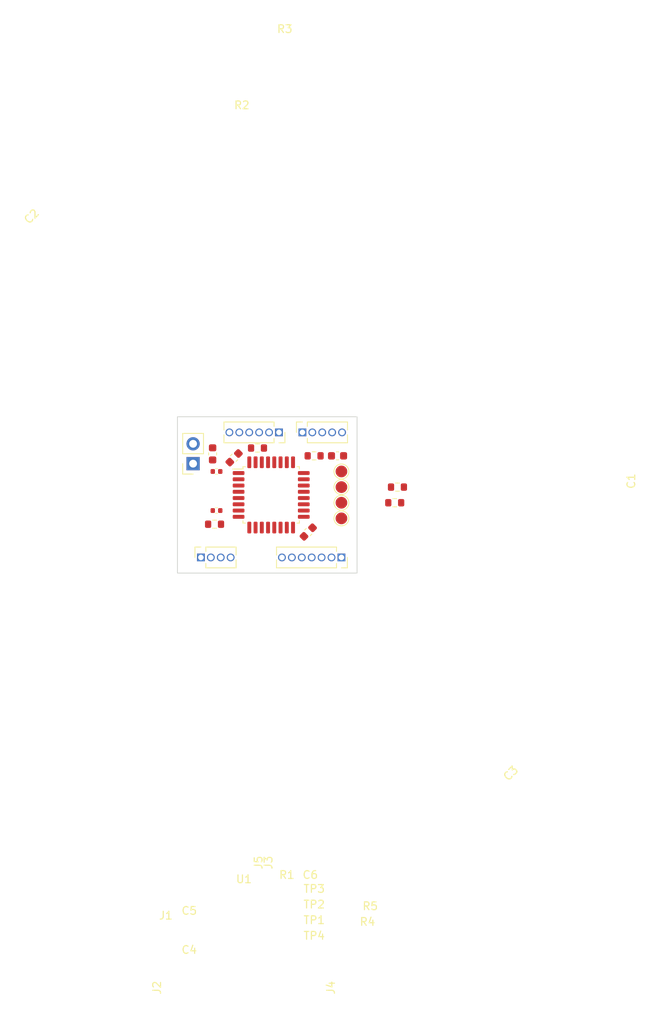
<source format=kicad_pcb>
(kicad_pcb (version 20211014) (generator pcbnew)
  (layers (0 "F.Cu" signal) (31 "B.Cu" signal) (34 "B.Paste" user) (35 "F.Paste" user) (36 "B.SilkS" user "B.Silkscreen") (37 "F.SilkS" user "F.Silkscreen") (38 "B.Mask" user) (39 "F.Mask" user) (44 "Edge.Cuts" user))
  (net 0 "")
  (net 1 "+3V3")
  (net 2 "GND")
  (net 3 "RCC_OSC32_OUT")
  (net 4 "RCC_OSC32_IN")
  (net 5 "RESET")
  (net 6 "SYS_WKUP1")
  (net 7 "PA1")
  (net 8 "USART2_TX")
  (net 9 "PA15")
  (net 10 "PB3")
  (net 11 "PB4")
  (net 12 "PB5")
  (net 13 "PB6")
  (net 14 "PB7")
  (net 15 "PB1")
  (net 16 "PB0")
  (net 17 "SPI1_MOSI")
  (net 18 "SPI1_MISO")
  (net 19 "SPI1_SCK")
  (net 20 "PA4")
  (net 21 "USART2_RX")
  (net 22 "PA12")
  (net 23 "PA11")
  (net 24 "I2C1_SDA")
  (net 25 "I2D1_SCL")
  (net 26 "PA8")
  (net 27 "BOOT")
  (net 28 "SYS_SWDIO")
  (net 29 "SYS_SWCLK")
  (footprint "TestPoint:TestPoint_Pad_D1.5mm" (layer "F.Cu") (at 129 81)
    (fp_text reference "TP1" (at -3.49 53.392) (layer "F.SilkS"))
    (fp_text value "TestPoint")
    (fp_circle (center 0 0) (end 0 0.95) (layer "F.SilkS") (width 0.12) (fill none))
    (pad "1" smd circle locked (at 0 0) (size 1.5 1.5) (layers "F.Cu" "F.Mask") (net 28 "SYS_SWDIO"))
  )
  (footprint "Capacitor_SMD:C_0402_1005Metric" (layer "F.Cu") (at 113 77 180)
    (fp_text reference "C5" (at 3.49 -56.2) (layer "F.SilkS"))
    (fp_text value "3p5")
    (fp_line (start -0.107836 0.36) (end 0.107836 0.36) (layer "F.SilkS") (width 0.12))
    (fp_line (start -0.107836 -0.36) (end 0.107836 -0.36) (layer "F.SilkS") (width 0.12))
    (pad "1" smd roundrect locked (at -0.48 0 180) (size 0.56 0.62) (layers "F.Cu" "F.Paste" "F.Mask") (net 4 "RCC_OSC32_IN"))
    (pad "2" smd roundrect locked (at 0.48 0 180) (size 0.56 0.62) (layers "F.Cu" "F.Paste" "F.Mask") (net 2 "GND"))
  )
  (footprint "Connector_PinSocket_1.27mm:PinSocket_1x06_P1.27mm_Vertical" (layer "F.Cu") (at 121 72 -90)
    (fp_text reference "J3" (at 55.04 1.355 90) (layer "F.SilkS"))
    (fp_text value "Conn_01x06")
    (fp_line (start -1.33 7.045) (end -0.30753 7.045) (layer "F.SilkS") (width 0.12))
    (fp_line (start -1.33 0.635) (end -1.33 7.045) (layer "F.SilkS") (width 0.12))
    (fp_line (start 1.33 0.635) (end 1.33 7.045) (layer "F.SilkS") (width 0.12))
    (fp_line (start 0.76 0.635) (end 1.33 0.635) (layer "F.SilkS") (width 0.12))
    (fp_line (start 1.33 -0.76) (end 1.33 0) (layer "F.SilkS") (width 0.12))
    (fp_line (start 0.30753 7.045) (end 1.33 7.045) (layer "F.SilkS") (width 0.12))
    (fp_line (start 0 -0.76) (end 1.33 -0.76) (layer "F.SilkS") (width 0.12))
    (fp_line (start -1.33 0.635) (end -0.76 0.635) (layer "F.SilkS") (width 0.12))
    (pad "1" thru_hole rect locked (at 0 0 270) (size 1 1) (drill 0.7) (layers *.Cu *.Mask) (net 9 "PA15"))
    (pad "2" thru_hole oval locked (at 0 1.27 270) (size 1 1) (drill 0.7) (layers *.Cu *.Mask) (net 10 "PB3"))
    (pad "3" thru_hole oval locked (at 0 2.54 270) (size 1 1) (drill 0.7) (layers *.Cu *.Mask) (net 11 "PB4"))
    (pad "4" thru_hole oval locked (at 0 3.81 270) (size 1 1) (drill 0.7) (layers *.Cu *.Mask) (net 12 "PB5"))
    (pad "5" thru_hole oval locked (at 0 5.08 270) (size 1 1) (drill 0.7) (layers *.Cu *.Mask) (net 13 "PB6"))
    (pad "6" thru_hole oval locked (at 0 6.35 270) (size 1 1) (drill 0.7) (layers *.Cu *.Mask) (net 14 "PB7"))
  )
  (footprint "Package_QFP:LQFP-32_7x7mm_P0.8mm" (layer "F.Cu") (at 120 80)
    (fp_text reference "U1" (at -3.49 49.16) (layer "F.SilkS"))
    (fp_text value "STM32L031K6Tx")
    (fp_line (start 3.61 3.61) (end 3.61 3.31) (layer "F.SilkS") (width 0.12))
    (fp_line (start -3.61 3.61) (end -3.61 3.31) (layer "F.SilkS") (width 0.12))
    (fp_line (start -3.61 -3.61) (end -3.61 -3.31) (layer "F.SilkS") (width 0.12))
    (fp_line (start -3.61 -3.31) (end -4.925 -3.31) (layer "F.SilkS") (width 0.12))
    (fp_line (start -3.31 3.61) (end -3.61 3.61) (layer "F.SilkS") (width 0.12))
    (fp_line (start -3.31 -3.61) (end -3.61 -3.61) (layer "F.SilkS") (width 0.12))
    (fp_line (start 3.31 -3.61) (end 3.61 -3.61) (layer "F.SilkS") (width 0.12))
    (fp_line (start 3.31 3.61) (end 3.61 3.61) (layer "F.SilkS") (width 0.12))
    (fp_line (start 3.61 -3.61) (end 3.61 -3.31) (layer "F.SilkS") (width 0.12))
    (pad "1" smd roundrect locked (at -4.175 -2.8) (size 1.5 0.5) (layers "F.Cu" "F.Paste" "F.Mask") (net 1 "+3V3"))
    (pad "2" smd roundrect locked (at -4.175 -2) (size 1.5 0.5) (layers "F.Cu" "F.Paste" "F.Mask") (net 4 "RCC_OSC32_IN"))
    (pad "3" smd roundrect locked (at -4.175 -1.2) (size 1.5 0.5) (layers "F.Cu" "F.Paste" "F.Mask") (net 3 "RCC_OSC32_OUT"))
    (pad "4" smd roundrect locked (at -4.175 -0.4) (size 1.5 0.5) (layers "F.Cu" "F.Paste" "F.Mask") (net 5 "RESET"))
    (pad "5" smd roundrect locked (at -4.175 0.4) (size 1.5 0.5) (layers "F.Cu" "F.Paste" "F.Mask") (net 1 "+3V3"))
    (pad "6" smd roundrect locked (at -4.175 1.2) (size 1.5 0.5) (layers "F.Cu" "F.Paste" "F.Mask") (net 6 "SYS_WKUP1"))
    (pad "7" smd roundrect locked (at -4.175 2) (size 1.5 0.5) (layers "F.Cu" "F.Paste" "F.Mask") (net 7 "PA1"))
    (pad "8" smd roundrect locked (at -4.175 2.8) (size 1.5 0.5) (layers "F.Cu" "F.Paste" "F.Mask") (net 8 "USART2_TX"))
    (pad "9" smd roundrect locked (at -2.8 4.175) (size 0.5 1.5) (layers "F.Cu" "F.Paste" "F.Mask") (net 21 "USART2_RX"))
    (pad "10" smd roundrect locked (at -2 4.175) (size 0.5 1.5) (layers "F.Cu" "F.Paste" "F.Mask") (net 20 "PA4"))
    (pad "11" smd roundrect locked (at -1.2 4.175) (size 0.5 1.5) (layers "F.Cu" "F.Paste" "F.Mask") (net 19 "SPI1_SCK"))
    (pad "12" smd roundrect locked (at -0.4 4.175) (size 0.5 1.5) (layers "F.Cu" "F.Paste" "F.Mask") (net 18 "SPI1_MISO"))
    (pad "13" smd roundrect locked (at 0.4 4.175) (size 0.5 1.5) (layers "F.Cu" "F.Paste" "F.Mask") (net 17 "SPI1_MOSI"))
    (pad "14" smd roundrect locked (at 1.2 4.175) (size 0.5 1.5) (layers "F.Cu" "F.Paste" "F.Mask") (net 16 "PB0"))
    (pad "15" smd roundrect locked (at 2 4.175) (size 0.5 1.5) (layers "F.Cu" "F.Paste" "F.Mask") (net 15 "PB1"))
    (pad "16" smd roundrect locked (at 2.8 4.175) (size 0.5 1.5) (layers "F.Cu" "F.Paste" "F.Mask") (net 2 "GND"))
    (pad "17" smd roundrect locked (at 4.175 2.8) (size 1.5 0.5) (layers "F.Cu" "F.Paste" "F.Mask") (net 1 "+3V3"))
    (pad "18" smd roundrect locked (at 4.175 2) (size 1.5 0.5) (layers "F.Cu" "F.Paste" "F.Mask") (net 26 "PA8"))
    (pad "19" smd roundrect locked (at 4.175 1.2) (size 1.5 0.5) (layers "F.Cu" "F.Paste" "F.Mask") (net 25 "I2D1_SCL"))
    (pad "20" smd roundrect locked (at 4.175 0.4) (size 1.5 0.5) (layers "F.Cu" "F.Paste" "F.Mask") (net 24 "I2C1_SDA"))
    (pad "21" smd roundrect locked (at 4.175 -0.4) (size 1.5 0.5) (layers "F.Cu" "F.Paste" "F.Mask") (net 23 "PA11"))
    (pad "22" smd roundrect locked (at 4.175 -1.2) (size 1.5 0.5) (layers "F.Cu" "F.Paste" "F.Mask") (net 22 "PA12"))
    (pad "23" smd roundrect locked (at 4.175 -2) (size 1.5 0.5) (layers "F.Cu" "F.Paste" "F.Mask") (net 28 "SYS_SWDIO"))
    (pad "24" smd roundrect locked (at 4.175 -2.8) (size 1.5 0.5) (layers "F.Cu" "F.Paste" "F.Mask") (net 29 "SYS_SWCLK"))
    (pad "25" smd roundrect locked (at 2.8 -4.175) (size 0.5 1.5) (layers "F.Cu" "F.Paste" "F.Mask") (net 9 "PA15"))
    (pad "26" smd roundrect locked (at 2 -4.175) (size 0.5 1.5) (layers "F.Cu" "F.Paste" "F.Mask") (net 10 "PB3"))
    (pad "27" smd roundrect locked (at 1.2 -4.175) (size 0.5 1.5) (layers "F.Cu" "F.Paste" "F.Mask") (net 11 "PB4"))
    (pad "28" smd roundrect locked (at 0.4 -4.175) (size 0.5 1.5) (layers "F.Cu" "F.Paste" "F.Mask") (net 12 "PB5"))
    (pad "29" smd roundrect locked (at -0.4 -4.175) (size 0.5 1.5) (layers "F.Cu" "F.Paste" "F.Mask") (net 13 "PB6"))
    (pad "30" smd roundrect locked (at -1.2 -4.175) (size 0.5 1.5) (layers "F.Cu" "F.Paste" "F.Mask") (net 14 "PB7"))
    (pad "31" smd roundrect locked (at -2 -4.175) (size 0.5 1.5) (layers "F.Cu" "F.Paste" "F.Mask") (net 27 "BOOT"))
    (pad "32" smd roundrect locked (at -2.8 -4.175) (size 0.5 1.5) (layers "F.Cu" "F.Paste" "F.Mask") (net 2 "GND"))
  )
  (footprint "Connector_PinSocket_2.54mm:PinSocket_1x02_P2.54mm_Vertical" (layer "F.Cu") (at 110 76 180)
    (fp_text reference "J1" (at 3.49 -57.81) (layer "F.SilkS"))
    (fp_text value "Conn_01x02")
    (fp_line (start -1.33 1.27) (end -1.33 3.87) (layer "F.SilkS") (width 0.12))
    (fp_line (start -1.33 1.27) (end 1.33 1.27) (layer "F.SilkS") (width 0.12))
    (fp_line (start -1.33 3.87) (end 1.33 3.87) (layer "F.SilkS") (width 0.12))
    (fp_line (start 0 -1.33) (end 1.33 -1.33) (layer "F.SilkS") (width 0.12))
    (fp_line (start 1.33 1.27) (end 1.33 3.87) (layer "F.SilkS") (width 0.12))
    (fp_line (start 1.33 -1.33) (end 1.33 0) (layer "F.SilkS") (width 0.12))
    (pad "1" thru_hole rect locked (at 0 0 180) (size 1.7 1.7) (drill 1) (layers *.Cu *.Mask) (net 1 "+3V3"))
    (pad "2" thru_hole oval locked (at 0 2.54 180) (size 1.7 1.7) (drill 1) (layers *.Cu *.Mask) (net 2 "GND"))
  )
  (footprint "Connector_PinSocket_1.27mm:PinSocket_1x05_P1.27mm_Vertical" (layer "F.Cu") (at 124 72 90)
    (fp_text reference "J5" (at -55.04 -5.625 90) (layer "F.SilkS"))
    (fp_text value "Conn_01x05")
    (fp_line (start 1.33 0.635) (end 1.33 5.775) (layer "F.SilkS") (width 0.12))
    (fp_line (start -1.33 5.775) (end -0.30753 5.775) (layer "F.SilkS") (width 0.12))
    (fp_line (start -1.33 0.635) (end -0.76 0.635) (layer "F.SilkS") (width 0.12))
    (fp_line (start 0.30753 5.775) (end 1.33 5.775) (layer "F.SilkS") (width 0.12))
    (fp_line (start -1.33 0.635) (end -1.33 5.775) (layer "F.SilkS") (width 0.12))
    (fp_line (start 0.76 0.635) (end 1.33 0.635) (layer "F.SilkS") (width 0.12))
    (fp_line (start 1.33 -0.76) (end 1.33 0) (layer "F.SilkS") (width 0.12))
    (fp_line (start 0 -0.76) (end 1.33 -0.76) (layer "F.SilkS") (width 0.12))
    (pad "1" thru_hole rect locked (at 0 0 90) (size 1 1) (drill 0.7) (layers *.Cu *.Mask) (net 22 "PA12"))
    (pad "2" thru_hole oval locked (at 0 1.27 90) (size 1 1) (drill 0.7) (layers *.Cu *.Mask) (net 23 "PA11"))
    (pad "3" thru_hole oval locked (at 0 2.54 90) (size 1 1) (drill 0.7) (layers *.Cu *.Mask) (net 24 "I2C1_SDA"))
    (pad "4" thru_hole oval locked (at 0 3.81 90) (size 1 1) (drill 0.7) (layers *.Cu *.Mask) (net 25 "I2D1_SCL"))
    (pad "5" thru_hole oval locked (at 0 5.08 90) (size 1 1) (drill 0.7) (layers *.Cu *.Mask) (net 26 "PA8"))
  )
  (footprint "TestPoint:TestPoint_Pad_D1.5mm" (layer "F.Cu") (at 129 79)
    (fp_text reference "TP2" (at -3.49 53.392) (layer "F.SilkS"))
    (fp_text value "TestPoint")
    (fp_circle (center 0 0) (end 0 0.95) (layer "F.SilkS") (width 0.12) (fill none))
    (pad "1" smd circle locked (at 0 0) (size 1.5 1.5) (layers "F.Cu" "F.Mask") (net 29 "SYS_SWCLK"))
  )
  (footprint "Resistor_SMD:R_0603_1608Metric" (layer "F.Cu") (at 112.75 83.75 180)
    (fp_text reference "R2" (at -3.49 53.61) (layer "F.SilkS"))
    (fp_text value "100k")
    (fp_line (start -0.237258 0.5225) (end 0.237258 0.5225) (layer "F.SilkS") (width 0.12))
    (fp_line (start -0.237258 -0.5225) (end 0.237258 -0.5225) (layer "F.SilkS") (width 0.12))
    (pad "1" smd roundrect locked (at -0.825 0 180) (size 0.8 0.95) (layers "F.Cu" "F.Paste" "F.Mask") (net 6 "SYS_WKUP1"))
    (pad "2" smd roundrect locked (at 0.825 0 180) (size 0.8 0.95) (layers "F.Cu" "F.Paste" "F.Mask") (net 2 "GND"))
  )
  (footprint "Resistor_SMD:R_0603_1608Metric" (layer "F.Cu") (at 136.175 79)
    (fp_text reference "R5" (at -3.49 53.61) (layer "F.SilkS"))
    (fp_text value "10k")
    (fp_line (start -0.237258 -0.5225) (end 0.237258 -0.5225) (layer "F.SilkS") (width 0.12))
    (fp_line (start -0.237258 0.5225) (end 0.237258 0.5225) (layer "F.SilkS") (width 0.12))
    (pad "1" smd roundrect locked (at -0.825 0) (size 0.8 0.95) (layers "F.Cu" "F.Paste" "F.Mask") (net 1 "+3V3"))
    (pad "2" smd roundrect locked (at 0.825 0) (size 0.8 0.95) (layers "F.Cu" "F.Paste" "F.Mask") (net 25 "I2D1_SCL"))
  )
  (footprint "Capacitor_SMD:C_0603_1608Metric" (layer "F.Cu") (at 124.75 84.75 -135)
    (fp_text reference "C2" (at -3.49 53.61 45) (layer "F.SilkS"))
    (fp_text value "100n")
    (fp_line (start -0.14058 0.51) (end 0.14058 0.51) (layer "F.SilkS") (width 0.12))
    (fp_line (start -0.14058 -0.51) (end 0.14058 -0.51) (layer "F.SilkS") (width 0.12))
    (pad "1" smd roundrect locked (at -0.775 0 225) (size 0.9 0.95) (layers "F.Cu" "F.Paste" "F.Mask") (net 1 "+3V3"))
    (pad "2" smd roundrect locked (at 0.775 0 225) (size 0.9 0.95) (layers "F.Cu" "F.Paste" "F.Mask") (net 2 "GND"))
  )
  (footprint "Capacitor_SMD:C_0402_1005Metric" (layer "F.Cu") (at 113 82 180)
    (fp_text reference "C4" (at 3.49 -56.2) (layer "F.SilkS"))
    (fp_text value "3p5")
    (fp_line (start -0.107836 -0.36) (end 0.107836 -0.36) (layer "F.SilkS") (width 0.12))
    (fp_line (start -0.107836 0.36) (end 0.107836 0.36) (layer "F.SilkS") (width 0.12))
    (pad "1" smd roundrect locked (at -0.48 0 180) (size 0.56 0.62) (layers "F.Cu" "F.Paste" "F.Mask") (net 3 "RCC_OSC32_OUT"))
    (pad "2" smd roundrect locked (at 0.48 0 180) (size 0.56 0.62) (layers "F.Cu" "F.Paste" "F.Mask") (net 2 "GND"))
  )
  (footprint "Capacitor_SMD:C_0603_1608Metric" (layer "F.Cu") (at 128.5 75)
    (fp_text reference "C6" (at -3.49 53.61) (layer "F.SilkS"))
    (fp_text value "100n")
    (fp_line (start -0.14058 0.51) (end 0.14058 0.51) (layer "F.SilkS") (width 0.12))
    (fp_line (start -0.14058 -0.51) (end 0.14058 -0.51) (layer "F.SilkS") (width 0.12))
    (pad "1" smd roundrect locked (at -0.775 0) (size 0.9 0.95) (layers "F.Cu" "F.Paste" "F.Mask") (net 5 "RESET"))
    (pad "2" smd roundrect locked (at 0.775 0) (size 0.9 0.95) (layers "F.Cu" "F.Paste" "F.Mask") (net 2 "GND"))
  )
  (footprint "Resistor_SMD:R_0603_1608Metric" (layer "F.Cu") (at 118.25 74 180)
    (fp_text reference "R3" (at -3.49 53.61) (layer "F.SilkS"))
    (fp_text value "100k")
    (fp_line (start -0.237258 -0.5225) (end 0.237258 -0.5225) (layer "F.SilkS") (width 0.12))
    (fp_line (start -0.237258 0.5225) (end 0.237258 0.5225) (layer "F.SilkS") (width 0.12))
    (pad "1" smd roundrect locked (at -0.825 0 180) (size 0.8 0.95) (layers "F.Cu" "F.Paste" "F.Mask") (net 27 "BOOT"))
    (pad "2" smd roundrect locked (at 0.825 0 180) (size 0.8 0.95) (layers "F.Cu" "F.Paste" "F.Mask") (net 2 "GND"))
  )
  (footprint "Connector_PinSocket_1.27mm:PinSocket_1x04_P1.27mm_Vertical" (layer "F.Cu") (at 111 88 90)
    (fp_text reference "J2" (at -55.04 -5.625 90) (layer "F.SilkS"))
    (fp_text value "Conn_01x04")
    (fp_line (start -1.33 4.505) (end -0.30753 4.505) (layer "F.SilkS") (width 0.12))
    (fp_line (start -1.33 0.635) (end -1.33 4.505) (layer "F.SilkS") (width 0.12))
    (fp_line (start 0 -0.76) (end 1.33 -0.76) (layer "F.SilkS") (width 0.12))
    (fp_line (start 0.30753 4.505) (end 1.33 4.505) (layer "F.SilkS") (width 0.12))
    (fp_line (start 1.33 0.635) (end 1.33 4.505) (layer "F.SilkS") (width 0.12))
    (fp_line (start 1.33 -0.76) (end 1.33 0) (layer "F.SilkS") (width 0.12))
    (fp_line (start -1.33 0.635) (end -0.76 0.635) (layer "F.SilkS") (width 0.12))
    (fp_line (start 0.76 0.635) (end 1.33 0.635) (layer "F.SilkS") (width 0.12))
    (pad "1" thru_hole rect locked (at 0 0 90) (size 1 1) (drill 0.7) (layers *.Cu *.Mask) (net 5 "RESET"))
    (pad "2" thru_hole oval locked (at 0 1.27 90) (size 1 1) (drill 0.7) (layers *.Cu *.Mask) (net 6 "SYS_WKUP1"))
    (pad "3" thru_hole oval locked (at 0 2.54 90) (size 1 1) (drill 0.7) (layers *.Cu *.Mask) (net 7 "PA1"))
    (pad "4" thru_hole oval locked (at 0 3.81 90) (size 1 1) (drill 0.7) (layers *.Cu *.Mask) (net 8 "USART2_TX"))
  )
  (footprint "Connector_PinSocket_1.27mm:PinSocket_1x07_P1.27mm_Vertical" (layer "F.Cu") (at 129 88 -90)
    (fp_text reference "J4" (at 55.04 1.355 90) (layer "F.SilkS"))
    (fp_text value "Conn_01x07")
    (fp_line (start -1.33 0.635) (end -1.33 8.315) (layer "F.SilkS") (width 0.12))
    (fp_line (start -1.33 0.635) (end -0.76 0.635) (layer "F.SilkS") (width 0.12))
    (fp_line (start 0.76 0.635) (end 1.33 0.635) (layer "F.SilkS") (width 0.12))
    (fp_line (start 0.30753 8.315) (end 1.33 8.315) (layer "F.SilkS") (width 0.12))
    (fp_line (start 0 -0.76) (end 1.33 -0.76) (layer "F.SilkS") (width 0.12))
    (fp_line (start 1.33 0.635) (end 1.33 8.315) (layer "F.SilkS") (width 0.12))
    (fp_line (start 1.33 -0.76) (end 1.33 0) (layer "F.SilkS") (width 0.12))
    (fp_line (start -1.33 8.315) (end -0.30753 8.315) (layer "F.SilkS") (width 0.12))
    (pad "1" thru_hole rect locked (at 0 0 270) (size 1 1) (drill 0.7) (layers *.Cu *.Mask) (net 15 "PB1"))
    (pad "2" thru_hole oval locked (at 0 1.27 270) (size 1 1) (drill 0.7) (layers *.Cu *.Mask) (net 16 "PB0"))
    (pad "3" thru_hole oval locked (at 0 2.54 270) (size 1 1) (drill 0.7) (layers *.Cu *.Mask) (net 17 "SPI1_MOSI"))
    (pad "4" thru_hole oval locked (at 0 3.81 270) (size 1 1) (drill 0.7) (layers *.Cu *.Mask) (net 18 "SPI1_MISO"))
    (pad "5" thru_hole oval locked (at 0 5.08 270) (size 1 1) (drill 0.7) (layers *.Cu *.Mask) (net 19 "SPI1_SCK"))
    (pad "6" thru_hole oval locked (at 0 6.35 270) (size 1 1) (drill 0.7) (layers *.Cu *.Mask) (net 20 "PA4"))
    (pad "7" thru_hole oval locked (at 0 7.62 270) (size 1 1) (drill 0.7) (layers *.Cu *.Mask) (net 21 "USART2_RX"))
  )
  (footprint "TestPoint:TestPoint_Pad_D1.5mm" (layer "F.Cu") (at 129 77)
    (fp_text reference "TP3" (at -3.49 53.392) (layer "F.SilkS"))
    (fp_text value "TestPoint")
    (fp_circle (center 0 0) (end 0 0.95) (layer "F.SilkS") (width 0.12) (fill none))
    (pad "1" smd circle locked (at 0 0) (size 1.5 1.5) (layers "F.Cu" "F.Mask") (net 5 "RESET"))
  )
  (footprint "TestPoint:TestPoint_Pad_D1.5mm" (layer "F.Cu") (at 129 83)
    (fp_text reference "TP4" (at -3.49 53.392) (layer "F.SilkS"))
    (fp_text value "TestPoint")
    (fp_circle (center 0 0) (end 0 0.95) (layer "F.SilkS") (width 0.12) (fill none))
    (pad "1" smd circle locked (at 0 0) (size 1.5 1.5) (layers "F.Cu" "F.Mask") (net 2 "GND"))
  )
  (footprint "Resistor_SMD:R_0603_1608Metric" (layer "F.Cu") (at 135.825 81)
    (fp_text reference "R4" (at -3.49 53.61) (layer "F.SilkS"))
    (fp_text value "10k")
    (fp_line (start -0.237258 0.5225) (end 0.237258 0.5225) (layer "F.SilkS") (width 0.12))
    (fp_line (start -0.237258 -0.5225) (end 0.237258 -0.5225) (layer "F.SilkS") (width 0.12))
    (pad "1" smd roundrect locked (at -0.825 0) (size 0.8 0.95) (layers "F.Cu" "F.Paste" "F.Mask") (net 1 "+3V3"))
    (pad "2" smd roundrect locked (at 0.825 0) (size 0.8 0.95) (layers "F.Cu" "F.Paste" "F.Mask") (net 24 "I2C1_SDA"))
  )
  (footprint "Capacitor_SMD:C_0603_1608Metric" (layer "F.Cu") (at 112.5 74.75 90)
    (fp_text reference "C1" (at -3.49 53.61 90) (layer "F.SilkS"))
    (fp_text value "1u")
    (fp_line (start -0.14058 0.51) (end 0.14058 0.51) (layer "F.SilkS") (width 0.12))
    (fp_line (start -0.14058 -0.51) (end 0.14058 -0.51) (layer "F.SilkS") (width 0.12))
    (pad "1" smd roundrect locked (at -0.775 0 90) (size 0.9 0.95) (layers "F.Cu" "F.Paste" "F.Mask") (net 1 "+3V3"))
    (pad "2" smd roundrect locked (at 0.775 0 90) (size 0.9 0.95) (layers "F.Cu" "F.Paste" "F.Mask") (net 2 "GND"))
  )
  (footprint "Capacitor_SMD:C_0603_1608Metric" (layer "F.Cu") (at 115.25 75.25 45)
    (fp_text reference "C3" (at -3.49 53.61 45) (layer "F.SilkS"))
    (fp_text value "100n")
    (fp_line (start -0.14058 -0.51) (end 0.14058 -0.51) (layer "F.SilkS") (width 0.12))
    (fp_line (start -0.14058 0.51) (end 0.14058 0.51) (layer "F.SilkS") (width 0.12))
    (pad "1" smd roundrect locked (at -0.775 0 45) (size 0.9 0.95) (layers "F.Cu" "F.Paste" "F.Mask") (net 1 "+3V3"))
    (pad "2" smd roundrect locked (at 0.775 0 45) (size 0.9 0.95) (layers "F.Cu" "F.Paste" "F.Mask") (net 2 "GND"))
  )
  (footprint "Resistor_SMD:R_0603_1608Metric" (layer "F.Cu") (at 125.5 75)
    (fp_text reference "R1" (at -3.49 53.61) (layer "F.SilkS"))
    (fp_text value "100k")
    (fp_line (start -0.237258 -0.5225) (end 0.237258 -0.5225) (layer "F.SilkS") (width 0.12))
    (fp_line (start -0.237258 0.5225) (end 0.237258 0.5225) (layer "F.SilkS") (width 0.12))
    (pad "1" smd roundrect locked (at -0.825 0) (size 0.8 0.95) (layers "F.Cu" "F.Paste" "F.Mask") (net 1 "+3V3"))
    (pad "2" smd roundrect locked (at 0.825 0) (size 0.8 0.95) (layers "F.Cu" "F.Paste" "F.Mask") (net 5 "RESET"))
  )
  (gr_rect (start 108 70) (end 131 90) (layer "Edge.Cuts") (width 0.1) (fill none))
)
</source>
